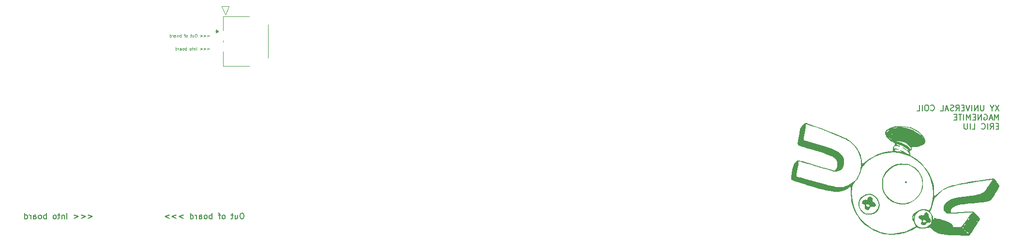
<source format=gbo>
%TF.GenerationSoftware,KiCad,Pcbnew,7.0.2-0*%
%TF.CreationDate,2024-05-08T23:39:51-07:00*%
%TF.ProjectId,New_Coil_Panel_Y,4e65775f-436f-4696-9c5f-50616e656c5f,2.0*%
%TF.SameCoordinates,Original*%
%TF.FileFunction,Legend,Bot*%
%TF.FilePolarity,Positive*%
%FSLAX46Y46*%
G04 Gerber Fmt 4.6, Leading zero omitted, Abs format (unit mm)*
G04 Created by KiCad (PCBNEW 7.0.2-0) date 2024-05-08 23:39:51*
%MOMM*%
%LPD*%
G01*
G04 APERTURE LIST*
%ADD10C,0.150000*%
%ADD11C,0.125000*%
%ADD12C,0.120000*%
%ADD13R,2.899999X1.350000*%
%ADD14R,1.450000X1.100000*%
%ADD15C,3.800000*%
%ADD16C,2.600000*%
G04 APERTURE END LIST*
D10*
X94059428Y-118003619D02*
X93868952Y-118003619D01*
X93868952Y-118003619D02*
X93773714Y-118051238D01*
X93773714Y-118051238D02*
X93678476Y-118146476D01*
X93678476Y-118146476D02*
X93630857Y-118336952D01*
X93630857Y-118336952D02*
X93630857Y-118670285D01*
X93630857Y-118670285D02*
X93678476Y-118860761D01*
X93678476Y-118860761D02*
X93773714Y-118956000D01*
X93773714Y-118956000D02*
X93868952Y-119003619D01*
X93868952Y-119003619D02*
X94059428Y-119003619D01*
X94059428Y-119003619D02*
X94154666Y-118956000D01*
X94154666Y-118956000D02*
X94249904Y-118860761D01*
X94249904Y-118860761D02*
X94297523Y-118670285D01*
X94297523Y-118670285D02*
X94297523Y-118336952D01*
X94297523Y-118336952D02*
X94249904Y-118146476D01*
X94249904Y-118146476D02*
X94154666Y-118051238D01*
X94154666Y-118051238D02*
X94059428Y-118003619D01*
X92773714Y-118336952D02*
X92773714Y-119003619D01*
X93202285Y-118336952D02*
X93202285Y-118860761D01*
X93202285Y-118860761D02*
X93154666Y-118956000D01*
X93154666Y-118956000D02*
X93059428Y-119003619D01*
X93059428Y-119003619D02*
X92916571Y-119003619D01*
X92916571Y-119003619D02*
X92821333Y-118956000D01*
X92821333Y-118956000D02*
X92773714Y-118908380D01*
X92440380Y-118336952D02*
X92059428Y-118336952D01*
X92297523Y-118003619D02*
X92297523Y-118860761D01*
X92297523Y-118860761D02*
X92249904Y-118956000D01*
X92249904Y-118956000D02*
X92154666Y-119003619D01*
X92154666Y-119003619D02*
X92059428Y-119003619D01*
X90821332Y-119003619D02*
X90916570Y-118956000D01*
X90916570Y-118956000D02*
X90964189Y-118908380D01*
X90964189Y-118908380D02*
X91011808Y-118813142D01*
X91011808Y-118813142D02*
X91011808Y-118527428D01*
X91011808Y-118527428D02*
X90964189Y-118432190D01*
X90964189Y-118432190D02*
X90916570Y-118384571D01*
X90916570Y-118384571D02*
X90821332Y-118336952D01*
X90821332Y-118336952D02*
X90678475Y-118336952D01*
X90678475Y-118336952D02*
X90583237Y-118384571D01*
X90583237Y-118384571D02*
X90535618Y-118432190D01*
X90535618Y-118432190D02*
X90487999Y-118527428D01*
X90487999Y-118527428D02*
X90487999Y-118813142D01*
X90487999Y-118813142D02*
X90535618Y-118908380D01*
X90535618Y-118908380D02*
X90583237Y-118956000D01*
X90583237Y-118956000D02*
X90678475Y-119003619D01*
X90678475Y-119003619D02*
X90821332Y-119003619D01*
X90202284Y-118336952D02*
X89821332Y-118336952D01*
X90059427Y-119003619D02*
X90059427Y-118146476D01*
X90059427Y-118146476D02*
X90011808Y-118051238D01*
X90011808Y-118051238D02*
X89916570Y-118003619D01*
X89916570Y-118003619D02*
X89821332Y-118003619D01*
X88726093Y-119003619D02*
X88726093Y-118003619D01*
X88726093Y-118384571D02*
X88630855Y-118336952D01*
X88630855Y-118336952D02*
X88440379Y-118336952D01*
X88440379Y-118336952D02*
X88345141Y-118384571D01*
X88345141Y-118384571D02*
X88297522Y-118432190D01*
X88297522Y-118432190D02*
X88249903Y-118527428D01*
X88249903Y-118527428D02*
X88249903Y-118813142D01*
X88249903Y-118813142D02*
X88297522Y-118908380D01*
X88297522Y-118908380D02*
X88345141Y-118956000D01*
X88345141Y-118956000D02*
X88440379Y-119003619D01*
X88440379Y-119003619D02*
X88630855Y-119003619D01*
X88630855Y-119003619D02*
X88726093Y-118956000D01*
X87678474Y-119003619D02*
X87773712Y-118956000D01*
X87773712Y-118956000D02*
X87821331Y-118908380D01*
X87821331Y-118908380D02*
X87868950Y-118813142D01*
X87868950Y-118813142D02*
X87868950Y-118527428D01*
X87868950Y-118527428D02*
X87821331Y-118432190D01*
X87821331Y-118432190D02*
X87773712Y-118384571D01*
X87773712Y-118384571D02*
X87678474Y-118336952D01*
X87678474Y-118336952D02*
X87535617Y-118336952D01*
X87535617Y-118336952D02*
X87440379Y-118384571D01*
X87440379Y-118384571D02*
X87392760Y-118432190D01*
X87392760Y-118432190D02*
X87345141Y-118527428D01*
X87345141Y-118527428D02*
X87345141Y-118813142D01*
X87345141Y-118813142D02*
X87392760Y-118908380D01*
X87392760Y-118908380D02*
X87440379Y-118956000D01*
X87440379Y-118956000D02*
X87535617Y-119003619D01*
X87535617Y-119003619D02*
X87678474Y-119003619D01*
X86487998Y-119003619D02*
X86487998Y-118479809D01*
X86487998Y-118479809D02*
X86535617Y-118384571D01*
X86535617Y-118384571D02*
X86630855Y-118336952D01*
X86630855Y-118336952D02*
X86821331Y-118336952D01*
X86821331Y-118336952D02*
X86916569Y-118384571D01*
X86487998Y-118956000D02*
X86583236Y-119003619D01*
X86583236Y-119003619D02*
X86821331Y-119003619D01*
X86821331Y-119003619D02*
X86916569Y-118956000D01*
X86916569Y-118956000D02*
X86964188Y-118860761D01*
X86964188Y-118860761D02*
X86964188Y-118765523D01*
X86964188Y-118765523D02*
X86916569Y-118670285D01*
X86916569Y-118670285D02*
X86821331Y-118622666D01*
X86821331Y-118622666D02*
X86583236Y-118622666D01*
X86583236Y-118622666D02*
X86487998Y-118575047D01*
X86011807Y-119003619D02*
X86011807Y-118336952D01*
X86011807Y-118527428D02*
X85964188Y-118432190D01*
X85964188Y-118432190D02*
X85916569Y-118384571D01*
X85916569Y-118384571D02*
X85821331Y-118336952D01*
X85821331Y-118336952D02*
X85726093Y-118336952D01*
X84964188Y-119003619D02*
X84964188Y-118003619D01*
X84964188Y-118956000D02*
X85059426Y-119003619D01*
X85059426Y-119003619D02*
X85249902Y-119003619D01*
X85249902Y-119003619D02*
X85345140Y-118956000D01*
X85345140Y-118956000D02*
X85392759Y-118908380D01*
X85392759Y-118908380D02*
X85440378Y-118813142D01*
X85440378Y-118813142D02*
X85440378Y-118527428D01*
X85440378Y-118527428D02*
X85392759Y-118432190D01*
X85392759Y-118432190D02*
X85345140Y-118384571D01*
X85345140Y-118384571D02*
X85249902Y-118336952D01*
X85249902Y-118336952D02*
X85059426Y-118336952D01*
X85059426Y-118336952D02*
X84964188Y-118384571D01*
X83726092Y-118336952D02*
X82964188Y-118622666D01*
X82964188Y-118622666D02*
X83726092Y-118908380D01*
X82487997Y-118336952D02*
X81726093Y-118622666D01*
X81726093Y-118622666D02*
X82487997Y-118908380D01*
X81249902Y-118336952D02*
X80487998Y-118622666D01*
X80487998Y-118622666D02*
X81249902Y-118908380D01*
X67072000Y-118336952D02*
X67833904Y-118622666D01*
X67833904Y-118622666D02*
X67072000Y-118908380D01*
X65833905Y-118336952D02*
X66595809Y-118622666D01*
X66595809Y-118622666D02*
X65833905Y-118908380D01*
X64595810Y-118336952D02*
X65357714Y-118622666D01*
X65357714Y-118622666D02*
X64595810Y-118908380D01*
X63357714Y-119003619D02*
X63357714Y-118003619D01*
X62881524Y-118336952D02*
X62881524Y-119003619D01*
X62881524Y-118432190D02*
X62833905Y-118384571D01*
X62833905Y-118384571D02*
X62738667Y-118336952D01*
X62738667Y-118336952D02*
X62595810Y-118336952D01*
X62595810Y-118336952D02*
X62500572Y-118384571D01*
X62500572Y-118384571D02*
X62452953Y-118479809D01*
X62452953Y-118479809D02*
X62452953Y-119003619D01*
X62119619Y-118336952D02*
X61738667Y-118336952D01*
X61976762Y-118003619D02*
X61976762Y-118860761D01*
X61976762Y-118860761D02*
X61929143Y-118956000D01*
X61929143Y-118956000D02*
X61833905Y-119003619D01*
X61833905Y-119003619D02*
X61738667Y-119003619D01*
X61262476Y-119003619D02*
X61357714Y-118956000D01*
X61357714Y-118956000D02*
X61405333Y-118908380D01*
X61405333Y-118908380D02*
X61452952Y-118813142D01*
X61452952Y-118813142D02*
X61452952Y-118527428D01*
X61452952Y-118527428D02*
X61405333Y-118432190D01*
X61405333Y-118432190D02*
X61357714Y-118384571D01*
X61357714Y-118384571D02*
X61262476Y-118336952D01*
X61262476Y-118336952D02*
X61119619Y-118336952D01*
X61119619Y-118336952D02*
X61024381Y-118384571D01*
X61024381Y-118384571D02*
X60976762Y-118432190D01*
X60976762Y-118432190D02*
X60929143Y-118527428D01*
X60929143Y-118527428D02*
X60929143Y-118813142D01*
X60929143Y-118813142D02*
X60976762Y-118908380D01*
X60976762Y-118908380D02*
X61024381Y-118956000D01*
X61024381Y-118956000D02*
X61119619Y-119003619D01*
X61119619Y-119003619D02*
X61262476Y-119003619D01*
X59738666Y-119003619D02*
X59738666Y-118003619D01*
X59738666Y-118384571D02*
X59643428Y-118336952D01*
X59643428Y-118336952D02*
X59452952Y-118336952D01*
X59452952Y-118336952D02*
X59357714Y-118384571D01*
X59357714Y-118384571D02*
X59310095Y-118432190D01*
X59310095Y-118432190D02*
X59262476Y-118527428D01*
X59262476Y-118527428D02*
X59262476Y-118813142D01*
X59262476Y-118813142D02*
X59310095Y-118908380D01*
X59310095Y-118908380D02*
X59357714Y-118956000D01*
X59357714Y-118956000D02*
X59452952Y-119003619D01*
X59452952Y-119003619D02*
X59643428Y-119003619D01*
X59643428Y-119003619D02*
X59738666Y-118956000D01*
X58691047Y-119003619D02*
X58786285Y-118956000D01*
X58786285Y-118956000D02*
X58833904Y-118908380D01*
X58833904Y-118908380D02*
X58881523Y-118813142D01*
X58881523Y-118813142D02*
X58881523Y-118527428D01*
X58881523Y-118527428D02*
X58833904Y-118432190D01*
X58833904Y-118432190D02*
X58786285Y-118384571D01*
X58786285Y-118384571D02*
X58691047Y-118336952D01*
X58691047Y-118336952D02*
X58548190Y-118336952D01*
X58548190Y-118336952D02*
X58452952Y-118384571D01*
X58452952Y-118384571D02*
X58405333Y-118432190D01*
X58405333Y-118432190D02*
X58357714Y-118527428D01*
X58357714Y-118527428D02*
X58357714Y-118813142D01*
X58357714Y-118813142D02*
X58405333Y-118908380D01*
X58405333Y-118908380D02*
X58452952Y-118956000D01*
X58452952Y-118956000D02*
X58548190Y-119003619D01*
X58548190Y-119003619D02*
X58691047Y-119003619D01*
X57500571Y-119003619D02*
X57500571Y-118479809D01*
X57500571Y-118479809D02*
X57548190Y-118384571D01*
X57548190Y-118384571D02*
X57643428Y-118336952D01*
X57643428Y-118336952D02*
X57833904Y-118336952D01*
X57833904Y-118336952D02*
X57929142Y-118384571D01*
X57500571Y-118956000D02*
X57595809Y-119003619D01*
X57595809Y-119003619D02*
X57833904Y-119003619D01*
X57833904Y-119003619D02*
X57929142Y-118956000D01*
X57929142Y-118956000D02*
X57976761Y-118860761D01*
X57976761Y-118860761D02*
X57976761Y-118765523D01*
X57976761Y-118765523D02*
X57929142Y-118670285D01*
X57929142Y-118670285D02*
X57833904Y-118622666D01*
X57833904Y-118622666D02*
X57595809Y-118622666D01*
X57595809Y-118622666D02*
X57500571Y-118575047D01*
X57024380Y-119003619D02*
X57024380Y-118336952D01*
X57024380Y-118527428D02*
X56976761Y-118432190D01*
X56976761Y-118432190D02*
X56929142Y-118384571D01*
X56929142Y-118384571D02*
X56833904Y-118336952D01*
X56833904Y-118336952D02*
X56738666Y-118336952D01*
X55976761Y-119003619D02*
X55976761Y-118003619D01*
X55976761Y-118956000D02*
X56071999Y-119003619D01*
X56071999Y-119003619D02*
X56262475Y-119003619D01*
X56262475Y-119003619D02*
X56357713Y-118956000D01*
X56357713Y-118956000D02*
X56405332Y-118908380D01*
X56405332Y-118908380D02*
X56452951Y-118813142D01*
X56452951Y-118813142D02*
X56452951Y-118527428D01*
X56452951Y-118527428D02*
X56405332Y-118432190D01*
X56405332Y-118432190D02*
X56357713Y-118384571D01*
X56357713Y-118384571D02*
X56262475Y-118336952D01*
X56262475Y-118336952D02*
X56071999Y-118336952D01*
X56071999Y-118336952D02*
X55976761Y-118384571D01*
D11*
X87892000Y-89013476D02*
X88272952Y-89156333D01*
X88272952Y-89156333D02*
X87892000Y-89299190D01*
X87272952Y-89013476D02*
X87653904Y-89156333D01*
X87653904Y-89156333D02*
X87272952Y-89299190D01*
X86653904Y-89013476D02*
X87034856Y-89156333D01*
X87034856Y-89156333D02*
X86653904Y-89299190D01*
X86034856Y-89346809D02*
X86034856Y-88846809D01*
X85796761Y-89013476D02*
X85796761Y-89346809D01*
X85796761Y-89061095D02*
X85772951Y-89037285D01*
X85772951Y-89037285D02*
X85725332Y-89013476D01*
X85725332Y-89013476D02*
X85653904Y-89013476D01*
X85653904Y-89013476D02*
X85606285Y-89037285D01*
X85606285Y-89037285D02*
X85582475Y-89084904D01*
X85582475Y-89084904D02*
X85582475Y-89346809D01*
X85415808Y-89013476D02*
X85225332Y-89013476D01*
X85344380Y-88846809D02*
X85344380Y-89275380D01*
X85344380Y-89275380D02*
X85320570Y-89323000D01*
X85320570Y-89323000D02*
X85272951Y-89346809D01*
X85272951Y-89346809D02*
X85225332Y-89346809D01*
X84987237Y-89346809D02*
X85034856Y-89323000D01*
X85034856Y-89323000D02*
X85058666Y-89299190D01*
X85058666Y-89299190D02*
X85082475Y-89251571D01*
X85082475Y-89251571D02*
X85082475Y-89108714D01*
X85082475Y-89108714D02*
X85058666Y-89061095D01*
X85058666Y-89061095D02*
X85034856Y-89037285D01*
X85034856Y-89037285D02*
X84987237Y-89013476D01*
X84987237Y-89013476D02*
X84915809Y-89013476D01*
X84915809Y-89013476D02*
X84868190Y-89037285D01*
X84868190Y-89037285D02*
X84844380Y-89061095D01*
X84844380Y-89061095D02*
X84820571Y-89108714D01*
X84820571Y-89108714D02*
X84820571Y-89251571D01*
X84820571Y-89251571D02*
X84844380Y-89299190D01*
X84844380Y-89299190D02*
X84868190Y-89323000D01*
X84868190Y-89323000D02*
X84915809Y-89346809D01*
X84915809Y-89346809D02*
X84987237Y-89346809D01*
X84225333Y-89346809D02*
X84225333Y-88846809D01*
X84225333Y-89037285D02*
X84177714Y-89013476D01*
X84177714Y-89013476D02*
X84082476Y-89013476D01*
X84082476Y-89013476D02*
X84034857Y-89037285D01*
X84034857Y-89037285D02*
X84011047Y-89061095D01*
X84011047Y-89061095D02*
X83987238Y-89108714D01*
X83987238Y-89108714D02*
X83987238Y-89251571D01*
X83987238Y-89251571D02*
X84011047Y-89299190D01*
X84011047Y-89299190D02*
X84034857Y-89323000D01*
X84034857Y-89323000D02*
X84082476Y-89346809D01*
X84082476Y-89346809D02*
X84177714Y-89346809D01*
X84177714Y-89346809D02*
X84225333Y-89323000D01*
X83701523Y-89346809D02*
X83749142Y-89323000D01*
X83749142Y-89323000D02*
X83772952Y-89299190D01*
X83772952Y-89299190D02*
X83796761Y-89251571D01*
X83796761Y-89251571D02*
X83796761Y-89108714D01*
X83796761Y-89108714D02*
X83772952Y-89061095D01*
X83772952Y-89061095D02*
X83749142Y-89037285D01*
X83749142Y-89037285D02*
X83701523Y-89013476D01*
X83701523Y-89013476D02*
X83630095Y-89013476D01*
X83630095Y-89013476D02*
X83582476Y-89037285D01*
X83582476Y-89037285D02*
X83558666Y-89061095D01*
X83558666Y-89061095D02*
X83534857Y-89108714D01*
X83534857Y-89108714D02*
X83534857Y-89251571D01*
X83534857Y-89251571D02*
X83558666Y-89299190D01*
X83558666Y-89299190D02*
X83582476Y-89323000D01*
X83582476Y-89323000D02*
X83630095Y-89346809D01*
X83630095Y-89346809D02*
X83701523Y-89346809D01*
X83106285Y-89346809D02*
X83106285Y-89084904D01*
X83106285Y-89084904D02*
X83130095Y-89037285D01*
X83130095Y-89037285D02*
X83177714Y-89013476D01*
X83177714Y-89013476D02*
X83272952Y-89013476D01*
X83272952Y-89013476D02*
X83320571Y-89037285D01*
X83106285Y-89323000D02*
X83153904Y-89346809D01*
X83153904Y-89346809D02*
X83272952Y-89346809D01*
X83272952Y-89346809D02*
X83320571Y-89323000D01*
X83320571Y-89323000D02*
X83344380Y-89275380D01*
X83344380Y-89275380D02*
X83344380Y-89227761D01*
X83344380Y-89227761D02*
X83320571Y-89180142D01*
X83320571Y-89180142D02*
X83272952Y-89156333D01*
X83272952Y-89156333D02*
X83153904Y-89156333D01*
X83153904Y-89156333D02*
X83106285Y-89132523D01*
X82868190Y-89346809D02*
X82868190Y-89013476D01*
X82868190Y-89108714D02*
X82844380Y-89061095D01*
X82844380Y-89061095D02*
X82820571Y-89037285D01*
X82820571Y-89037285D02*
X82772952Y-89013476D01*
X82772952Y-89013476D02*
X82725333Y-89013476D01*
X82344380Y-89346809D02*
X82344380Y-88846809D01*
X82344380Y-89323000D02*
X82391999Y-89346809D01*
X82391999Y-89346809D02*
X82487237Y-89346809D01*
X82487237Y-89346809D02*
X82534856Y-89323000D01*
X82534856Y-89323000D02*
X82558666Y-89299190D01*
X82558666Y-89299190D02*
X82582475Y-89251571D01*
X82582475Y-89251571D02*
X82582475Y-89108714D01*
X82582475Y-89108714D02*
X82558666Y-89061095D01*
X82558666Y-89061095D02*
X82534856Y-89037285D01*
X82534856Y-89037285D02*
X82487237Y-89013476D01*
X82487237Y-89013476D02*
X82391999Y-89013476D01*
X82391999Y-89013476D02*
X82344380Y-89037285D01*
X87892000Y-86727476D02*
X88272952Y-86870333D01*
X88272952Y-86870333D02*
X87892000Y-87013190D01*
X87272952Y-86727476D02*
X87653904Y-86870333D01*
X87653904Y-86870333D02*
X87272952Y-87013190D01*
X86653904Y-86727476D02*
X87034856Y-86870333D01*
X87034856Y-86870333D02*
X86653904Y-87013190D01*
X85939618Y-86560809D02*
X85844380Y-86560809D01*
X85844380Y-86560809D02*
X85796761Y-86584619D01*
X85796761Y-86584619D02*
X85749142Y-86632238D01*
X85749142Y-86632238D02*
X85725332Y-86727476D01*
X85725332Y-86727476D02*
X85725332Y-86894142D01*
X85725332Y-86894142D02*
X85749142Y-86989380D01*
X85749142Y-86989380D02*
X85796761Y-87037000D01*
X85796761Y-87037000D02*
X85844380Y-87060809D01*
X85844380Y-87060809D02*
X85939618Y-87060809D01*
X85939618Y-87060809D02*
X85987237Y-87037000D01*
X85987237Y-87037000D02*
X86034856Y-86989380D01*
X86034856Y-86989380D02*
X86058665Y-86894142D01*
X86058665Y-86894142D02*
X86058665Y-86727476D01*
X86058665Y-86727476D02*
X86034856Y-86632238D01*
X86034856Y-86632238D02*
X85987237Y-86584619D01*
X85987237Y-86584619D02*
X85939618Y-86560809D01*
X85296760Y-86727476D02*
X85296760Y-87060809D01*
X85511046Y-86727476D02*
X85511046Y-86989380D01*
X85511046Y-86989380D02*
X85487236Y-87037000D01*
X85487236Y-87037000D02*
X85439617Y-87060809D01*
X85439617Y-87060809D02*
X85368189Y-87060809D01*
X85368189Y-87060809D02*
X85320570Y-87037000D01*
X85320570Y-87037000D02*
X85296760Y-87013190D01*
X85130093Y-86727476D02*
X84939617Y-86727476D01*
X85058665Y-86560809D02*
X85058665Y-86989380D01*
X85058665Y-86989380D02*
X85034855Y-87037000D01*
X85034855Y-87037000D02*
X84987236Y-87060809D01*
X84987236Y-87060809D02*
X84939617Y-87060809D01*
X84320570Y-87060809D02*
X84368189Y-87037000D01*
X84368189Y-87037000D02*
X84391999Y-87013190D01*
X84391999Y-87013190D02*
X84415808Y-86965571D01*
X84415808Y-86965571D02*
X84415808Y-86822714D01*
X84415808Y-86822714D02*
X84391999Y-86775095D01*
X84391999Y-86775095D02*
X84368189Y-86751285D01*
X84368189Y-86751285D02*
X84320570Y-86727476D01*
X84320570Y-86727476D02*
X84249142Y-86727476D01*
X84249142Y-86727476D02*
X84201523Y-86751285D01*
X84201523Y-86751285D02*
X84177713Y-86775095D01*
X84177713Y-86775095D02*
X84153904Y-86822714D01*
X84153904Y-86822714D02*
X84153904Y-86965571D01*
X84153904Y-86965571D02*
X84177713Y-87013190D01*
X84177713Y-87013190D02*
X84201523Y-87037000D01*
X84201523Y-87037000D02*
X84249142Y-87060809D01*
X84249142Y-87060809D02*
X84320570Y-87060809D01*
X84011046Y-86727476D02*
X83820570Y-86727476D01*
X83939618Y-87060809D02*
X83939618Y-86632238D01*
X83939618Y-86632238D02*
X83915808Y-86584619D01*
X83915808Y-86584619D02*
X83868189Y-86560809D01*
X83868189Y-86560809D02*
X83820570Y-86560809D01*
X83272952Y-87060809D02*
X83272952Y-86560809D01*
X83272952Y-86751285D02*
X83225333Y-86727476D01*
X83225333Y-86727476D02*
X83130095Y-86727476D01*
X83130095Y-86727476D02*
X83082476Y-86751285D01*
X83082476Y-86751285D02*
X83058666Y-86775095D01*
X83058666Y-86775095D02*
X83034857Y-86822714D01*
X83034857Y-86822714D02*
X83034857Y-86965571D01*
X83034857Y-86965571D02*
X83058666Y-87013190D01*
X83058666Y-87013190D02*
X83082476Y-87037000D01*
X83082476Y-87037000D02*
X83130095Y-87060809D01*
X83130095Y-87060809D02*
X83225333Y-87060809D01*
X83225333Y-87060809D02*
X83272952Y-87037000D01*
X82749142Y-87060809D02*
X82796761Y-87037000D01*
X82796761Y-87037000D02*
X82820571Y-87013190D01*
X82820571Y-87013190D02*
X82844380Y-86965571D01*
X82844380Y-86965571D02*
X82844380Y-86822714D01*
X82844380Y-86822714D02*
X82820571Y-86775095D01*
X82820571Y-86775095D02*
X82796761Y-86751285D01*
X82796761Y-86751285D02*
X82749142Y-86727476D01*
X82749142Y-86727476D02*
X82677714Y-86727476D01*
X82677714Y-86727476D02*
X82630095Y-86751285D01*
X82630095Y-86751285D02*
X82606285Y-86775095D01*
X82606285Y-86775095D02*
X82582476Y-86822714D01*
X82582476Y-86822714D02*
X82582476Y-86965571D01*
X82582476Y-86965571D02*
X82606285Y-87013190D01*
X82606285Y-87013190D02*
X82630095Y-87037000D01*
X82630095Y-87037000D02*
X82677714Y-87060809D01*
X82677714Y-87060809D02*
X82749142Y-87060809D01*
X82153904Y-87060809D02*
X82153904Y-86798904D01*
X82153904Y-86798904D02*
X82177714Y-86751285D01*
X82177714Y-86751285D02*
X82225333Y-86727476D01*
X82225333Y-86727476D02*
X82320571Y-86727476D01*
X82320571Y-86727476D02*
X82368190Y-86751285D01*
X82153904Y-87037000D02*
X82201523Y-87060809D01*
X82201523Y-87060809D02*
X82320571Y-87060809D01*
X82320571Y-87060809D02*
X82368190Y-87037000D01*
X82368190Y-87037000D02*
X82391999Y-86989380D01*
X82391999Y-86989380D02*
X82391999Y-86941761D01*
X82391999Y-86941761D02*
X82368190Y-86894142D01*
X82368190Y-86894142D02*
X82320571Y-86870333D01*
X82320571Y-86870333D02*
X82201523Y-86870333D01*
X82201523Y-86870333D02*
X82153904Y-86846523D01*
X81915809Y-87060809D02*
X81915809Y-86727476D01*
X81915809Y-86822714D02*
X81891999Y-86775095D01*
X81891999Y-86775095D02*
X81868190Y-86751285D01*
X81868190Y-86751285D02*
X81820571Y-86727476D01*
X81820571Y-86727476D02*
X81772952Y-86727476D01*
X81391999Y-87060809D02*
X81391999Y-86560809D01*
X81391999Y-87037000D02*
X81439618Y-87060809D01*
X81439618Y-87060809D02*
X81534856Y-87060809D01*
X81534856Y-87060809D02*
X81582475Y-87037000D01*
X81582475Y-87037000D02*
X81606285Y-87013190D01*
X81606285Y-87013190D02*
X81630094Y-86965571D01*
X81630094Y-86965571D02*
X81630094Y-86822714D01*
X81630094Y-86822714D02*
X81606285Y-86775095D01*
X81606285Y-86775095D02*
X81582475Y-86751285D01*
X81582475Y-86751285D02*
X81534856Y-86727476D01*
X81534856Y-86727476D02*
X81439618Y-86727476D01*
X81439618Y-86727476D02*
X81391999Y-86751285D01*
D10*
X226425142Y-99015619D02*
X225758476Y-100015619D01*
X225758476Y-99015619D02*
X226425142Y-100015619D01*
X225187047Y-99539428D02*
X225187047Y-100015619D01*
X225520380Y-99015619D02*
X225187047Y-99539428D01*
X225187047Y-99539428D02*
X224853714Y-99015619D01*
X223758475Y-99015619D02*
X223758475Y-99825142D01*
X223758475Y-99825142D02*
X223710856Y-99920380D01*
X223710856Y-99920380D02*
X223663237Y-99968000D01*
X223663237Y-99968000D02*
X223567999Y-100015619D01*
X223567999Y-100015619D02*
X223377523Y-100015619D01*
X223377523Y-100015619D02*
X223282285Y-99968000D01*
X223282285Y-99968000D02*
X223234666Y-99920380D01*
X223234666Y-99920380D02*
X223187047Y-99825142D01*
X223187047Y-99825142D02*
X223187047Y-99015619D01*
X222710856Y-100015619D02*
X222710856Y-99015619D01*
X222710856Y-99015619D02*
X222139428Y-100015619D01*
X222139428Y-100015619D02*
X222139428Y-99015619D01*
X221663237Y-100015619D02*
X221663237Y-99015619D01*
X221329904Y-99015619D02*
X220996571Y-100015619D01*
X220996571Y-100015619D02*
X220663238Y-99015619D01*
X220329904Y-99491809D02*
X219996571Y-99491809D01*
X219853714Y-100015619D02*
X220329904Y-100015619D01*
X220329904Y-100015619D02*
X220329904Y-99015619D01*
X220329904Y-99015619D02*
X219853714Y-99015619D01*
X218853714Y-100015619D02*
X219187047Y-99539428D01*
X219425142Y-100015619D02*
X219425142Y-99015619D01*
X219425142Y-99015619D02*
X219044190Y-99015619D01*
X219044190Y-99015619D02*
X218948952Y-99063238D01*
X218948952Y-99063238D02*
X218901333Y-99110857D01*
X218901333Y-99110857D02*
X218853714Y-99206095D01*
X218853714Y-99206095D02*
X218853714Y-99348952D01*
X218853714Y-99348952D02*
X218901333Y-99444190D01*
X218901333Y-99444190D02*
X218948952Y-99491809D01*
X218948952Y-99491809D02*
X219044190Y-99539428D01*
X219044190Y-99539428D02*
X219425142Y-99539428D01*
X218472761Y-99968000D02*
X218329904Y-100015619D01*
X218329904Y-100015619D02*
X218091809Y-100015619D01*
X218091809Y-100015619D02*
X217996571Y-99968000D01*
X217996571Y-99968000D02*
X217948952Y-99920380D01*
X217948952Y-99920380D02*
X217901333Y-99825142D01*
X217901333Y-99825142D02*
X217901333Y-99729904D01*
X217901333Y-99729904D02*
X217948952Y-99634666D01*
X217948952Y-99634666D02*
X217996571Y-99587047D01*
X217996571Y-99587047D02*
X218091809Y-99539428D01*
X218091809Y-99539428D02*
X218282285Y-99491809D01*
X218282285Y-99491809D02*
X218377523Y-99444190D01*
X218377523Y-99444190D02*
X218425142Y-99396571D01*
X218425142Y-99396571D02*
X218472761Y-99301333D01*
X218472761Y-99301333D02*
X218472761Y-99206095D01*
X218472761Y-99206095D02*
X218425142Y-99110857D01*
X218425142Y-99110857D02*
X218377523Y-99063238D01*
X218377523Y-99063238D02*
X218282285Y-99015619D01*
X218282285Y-99015619D02*
X218044190Y-99015619D01*
X218044190Y-99015619D02*
X217901333Y-99063238D01*
X217520380Y-99729904D02*
X217044190Y-99729904D01*
X217615618Y-100015619D02*
X217282285Y-99015619D01*
X217282285Y-99015619D02*
X216948952Y-100015619D01*
X216139428Y-100015619D02*
X216615618Y-100015619D01*
X216615618Y-100015619D02*
X216615618Y-99015619D01*
X214472761Y-99920380D02*
X214520380Y-99968000D01*
X214520380Y-99968000D02*
X214663237Y-100015619D01*
X214663237Y-100015619D02*
X214758475Y-100015619D01*
X214758475Y-100015619D02*
X214901332Y-99968000D01*
X214901332Y-99968000D02*
X214996570Y-99872761D01*
X214996570Y-99872761D02*
X215044189Y-99777523D01*
X215044189Y-99777523D02*
X215091808Y-99587047D01*
X215091808Y-99587047D02*
X215091808Y-99444190D01*
X215091808Y-99444190D02*
X215044189Y-99253714D01*
X215044189Y-99253714D02*
X214996570Y-99158476D01*
X214996570Y-99158476D02*
X214901332Y-99063238D01*
X214901332Y-99063238D02*
X214758475Y-99015619D01*
X214758475Y-99015619D02*
X214663237Y-99015619D01*
X214663237Y-99015619D02*
X214520380Y-99063238D01*
X214520380Y-99063238D02*
X214472761Y-99110857D01*
X213853713Y-99015619D02*
X213663237Y-99015619D01*
X213663237Y-99015619D02*
X213567999Y-99063238D01*
X213567999Y-99063238D02*
X213472761Y-99158476D01*
X213472761Y-99158476D02*
X213425142Y-99348952D01*
X213425142Y-99348952D02*
X213425142Y-99682285D01*
X213425142Y-99682285D02*
X213472761Y-99872761D01*
X213472761Y-99872761D02*
X213567999Y-99968000D01*
X213567999Y-99968000D02*
X213663237Y-100015619D01*
X213663237Y-100015619D02*
X213853713Y-100015619D01*
X213853713Y-100015619D02*
X213948951Y-99968000D01*
X213948951Y-99968000D02*
X214044189Y-99872761D01*
X214044189Y-99872761D02*
X214091808Y-99682285D01*
X214091808Y-99682285D02*
X214091808Y-99348952D01*
X214091808Y-99348952D02*
X214044189Y-99158476D01*
X214044189Y-99158476D02*
X213948951Y-99063238D01*
X213948951Y-99063238D02*
X213853713Y-99015619D01*
X212996570Y-100015619D02*
X212996570Y-99015619D01*
X212044190Y-100015619D02*
X212520380Y-100015619D01*
X212520380Y-100015619D02*
X212520380Y-99015619D01*
X226329904Y-101635619D02*
X226329904Y-100635619D01*
X226329904Y-100635619D02*
X225996571Y-101349904D01*
X225996571Y-101349904D02*
X225663238Y-100635619D01*
X225663238Y-100635619D02*
X225663238Y-101635619D01*
X225234666Y-101349904D02*
X224758476Y-101349904D01*
X225329904Y-101635619D02*
X224996571Y-100635619D01*
X224996571Y-100635619D02*
X224663238Y-101635619D01*
X223806095Y-100683238D02*
X223901333Y-100635619D01*
X223901333Y-100635619D02*
X224044190Y-100635619D01*
X224044190Y-100635619D02*
X224187047Y-100683238D01*
X224187047Y-100683238D02*
X224282285Y-100778476D01*
X224282285Y-100778476D02*
X224329904Y-100873714D01*
X224329904Y-100873714D02*
X224377523Y-101064190D01*
X224377523Y-101064190D02*
X224377523Y-101207047D01*
X224377523Y-101207047D02*
X224329904Y-101397523D01*
X224329904Y-101397523D02*
X224282285Y-101492761D01*
X224282285Y-101492761D02*
X224187047Y-101588000D01*
X224187047Y-101588000D02*
X224044190Y-101635619D01*
X224044190Y-101635619D02*
X223948952Y-101635619D01*
X223948952Y-101635619D02*
X223806095Y-101588000D01*
X223806095Y-101588000D02*
X223758476Y-101540380D01*
X223758476Y-101540380D02*
X223758476Y-101207047D01*
X223758476Y-101207047D02*
X223948952Y-101207047D01*
X223329904Y-101635619D02*
X223329904Y-100635619D01*
X223329904Y-100635619D02*
X222758476Y-101635619D01*
X222758476Y-101635619D02*
X222758476Y-100635619D01*
X222282285Y-101111809D02*
X221948952Y-101111809D01*
X221806095Y-101635619D02*
X222282285Y-101635619D01*
X222282285Y-101635619D02*
X222282285Y-100635619D01*
X222282285Y-100635619D02*
X221806095Y-100635619D01*
X221377523Y-101635619D02*
X221377523Y-100635619D01*
X221377523Y-100635619D02*
X221044190Y-101349904D01*
X221044190Y-101349904D02*
X220710857Y-100635619D01*
X220710857Y-100635619D02*
X220710857Y-101635619D01*
X220234666Y-101635619D02*
X220234666Y-100635619D01*
X219901333Y-100635619D02*
X219329905Y-100635619D01*
X219615619Y-101635619D02*
X219615619Y-100635619D01*
X218996571Y-101111809D02*
X218663238Y-101111809D01*
X218520381Y-101635619D02*
X218996571Y-101635619D01*
X218996571Y-101635619D02*
X218996571Y-100635619D01*
X218996571Y-100635619D02*
X218520381Y-100635619D01*
X226329904Y-102731809D02*
X225996571Y-102731809D01*
X225853714Y-103255619D02*
X226329904Y-103255619D01*
X226329904Y-103255619D02*
X226329904Y-102255619D01*
X226329904Y-102255619D02*
X225853714Y-102255619D01*
X224853714Y-103255619D02*
X225187047Y-102779428D01*
X225425142Y-103255619D02*
X225425142Y-102255619D01*
X225425142Y-102255619D02*
X225044190Y-102255619D01*
X225044190Y-102255619D02*
X224948952Y-102303238D01*
X224948952Y-102303238D02*
X224901333Y-102350857D01*
X224901333Y-102350857D02*
X224853714Y-102446095D01*
X224853714Y-102446095D02*
X224853714Y-102588952D01*
X224853714Y-102588952D02*
X224901333Y-102684190D01*
X224901333Y-102684190D02*
X224948952Y-102731809D01*
X224948952Y-102731809D02*
X225044190Y-102779428D01*
X225044190Y-102779428D02*
X225425142Y-102779428D01*
X224425142Y-103255619D02*
X224425142Y-102255619D01*
X223377524Y-103160380D02*
X223425143Y-103208000D01*
X223425143Y-103208000D02*
X223568000Y-103255619D01*
X223568000Y-103255619D02*
X223663238Y-103255619D01*
X223663238Y-103255619D02*
X223806095Y-103208000D01*
X223806095Y-103208000D02*
X223901333Y-103112761D01*
X223901333Y-103112761D02*
X223948952Y-103017523D01*
X223948952Y-103017523D02*
X223996571Y-102827047D01*
X223996571Y-102827047D02*
X223996571Y-102684190D01*
X223996571Y-102684190D02*
X223948952Y-102493714D01*
X223948952Y-102493714D02*
X223901333Y-102398476D01*
X223901333Y-102398476D02*
X223806095Y-102303238D01*
X223806095Y-102303238D02*
X223663238Y-102255619D01*
X223663238Y-102255619D02*
X223568000Y-102255619D01*
X223568000Y-102255619D02*
X223425143Y-102303238D01*
X223425143Y-102303238D02*
X223377524Y-102350857D01*
X221710857Y-103255619D02*
X222187047Y-103255619D01*
X222187047Y-103255619D02*
X222187047Y-102255619D01*
X221377523Y-103255619D02*
X221377523Y-102255619D01*
X220901333Y-102255619D02*
X220901333Y-103065142D01*
X220901333Y-103065142D02*
X220853714Y-103160380D01*
X220853714Y-103160380D02*
X220806095Y-103208000D01*
X220806095Y-103208000D02*
X220710857Y-103255619D01*
X220710857Y-103255619D02*
X220520381Y-103255619D01*
X220520381Y-103255619D02*
X220425143Y-103208000D01*
X220425143Y-103208000D02*
X220377524Y-103160380D01*
X220377524Y-103160380D02*
X220329905Y-103065142D01*
X220329905Y-103065142D02*
X220329905Y-102255619D01*
X89378619Y-86106000D02*
X89616714Y-86106000D01*
X89521476Y-85867905D02*
X89616714Y-86106000D01*
X89616714Y-86106000D02*
X89521476Y-86344095D01*
X89807190Y-85963143D02*
X89616714Y-86106000D01*
X89616714Y-86106000D02*
X89807190Y-86248857D01*
D12*
X90628001Y-92173994D02*
X90628001Y-89669044D01*
X95257961Y-92173994D02*
X90628001Y-92173994D01*
X90628001Y-87928964D02*
X90628001Y-87669043D01*
X90628001Y-85928963D02*
X90628001Y-83424011D01*
X98578001Y-84883021D02*
X98578001Y-90714984D01*
X90628001Y-83424011D02*
X95257961Y-83424011D01*
X91053001Y-83170011D02*
X91688001Y-81646011D01*
X90418001Y-81646011D02*
X91053001Y-83170011D01*
X91688001Y-81646011D02*
X90418001Y-81646011D01*
G36*
X213424252Y-104881272D02*
G01*
X213451364Y-104986666D01*
X213505814Y-105198333D01*
X213521035Y-105257503D01*
X213493180Y-105596105D01*
X213333536Y-105867494D01*
X213309102Y-105890898D01*
X212995996Y-106098929D01*
X212573701Y-106269046D01*
X212095694Y-106383864D01*
X211615452Y-106426000D01*
X211526084Y-106426114D01*
X211268414Y-106432127D01*
X211137653Y-106456566D01*
X211099958Y-106512144D01*
X211121489Y-106611576D01*
X211128835Y-106640612D01*
X211134022Y-106661114D01*
X211107467Y-106817806D01*
X210949027Y-106981634D01*
X210824131Y-107092225D01*
X210767703Y-107209159D01*
X210815856Y-107349589D01*
X210866245Y-107493024D01*
X210867134Y-107614279D01*
X210867611Y-107679373D01*
X210864584Y-107778492D01*
X210982371Y-107909008D01*
X211281341Y-108067181D01*
X211749069Y-108340007D01*
X212139121Y-108614201D01*
X212504486Y-108928877D01*
X212898155Y-109323151D01*
X213299649Y-109759845D01*
X213671258Y-110213428D01*
X213972802Y-110657069D01*
X214238292Y-111141553D01*
X214501740Y-111717666D01*
X214686779Y-112159730D01*
X214847884Y-112587499D01*
X214954163Y-112951744D01*
X215016544Y-113300544D01*
X215045958Y-113681977D01*
X215053334Y-114144122D01*
X215054281Y-114217572D01*
X215057342Y-114454990D01*
X215071516Y-114769271D01*
X215093519Y-114983081D01*
X215120818Y-115062000D01*
X215179765Y-115030135D01*
X215329655Y-114904237D01*
X215522984Y-114715368D01*
X216029716Y-114254079D01*
X216773167Y-113745400D01*
X217576174Y-113358882D01*
X218397667Y-113117356D01*
X218661529Y-113062729D01*
X219053281Y-112977886D01*
X219505434Y-112877351D01*
X219964000Y-112772993D01*
X220100114Y-112742629D01*
X220618091Y-112638724D01*
X221220029Y-112531265D01*
X221841814Y-112431299D01*
X222419334Y-112349876D01*
X222668601Y-112317439D01*
X223206824Y-112244575D01*
X223722821Y-112171321D01*
X224167975Y-112104668D01*
X224493667Y-112051606D01*
X224685708Y-112017830D01*
X225072043Y-111956002D01*
X225344272Y-111937936D01*
X225540444Y-111975625D01*
X225698611Y-112081064D01*
X225742506Y-112132442D01*
X225856823Y-112266246D01*
X225970613Y-112426763D01*
X225978562Y-112437976D01*
X226053131Y-112543166D01*
X226136099Y-112664015D01*
X226187990Y-112744033D01*
X226313043Y-112936871D01*
X226370034Y-113034996D01*
X226436053Y-113148664D01*
X226439481Y-113157000D01*
X226482406Y-113261375D01*
X226468675Y-113328734D01*
X226453868Y-113363154D01*
X226414796Y-113453976D01*
X226404632Y-113477602D01*
X226375968Y-113544232D01*
X226220565Y-113834333D01*
X226209256Y-113855445D01*
X226121445Y-114003666D01*
X225984329Y-114235111D01*
X225716973Y-114655969D01*
X225700047Y-114681000D01*
X225597762Y-114832269D01*
X225426012Y-115086269D01*
X225422977Y-115090757D01*
X225414349Y-115103111D01*
X225262100Y-115316000D01*
X225201090Y-115401309D01*
X225180010Y-115430785D01*
X225003999Y-115648064D01*
X224853089Y-115785377D01*
X224694054Y-115873151D01*
X224493667Y-115941816D01*
X224354640Y-115979323D01*
X223971481Y-116059231D01*
X223604667Y-116110441D01*
X223123181Y-116155479D01*
X222497212Y-116216914D01*
X221852619Y-116282780D01*
X221226851Y-116349096D01*
X220657359Y-116411881D01*
X220181592Y-116467154D01*
X219837000Y-116510935D01*
X219391650Y-116593003D01*
X218875062Y-116750899D01*
X218458311Y-116954377D01*
X218158770Y-117192075D01*
X217993814Y-117452632D01*
X217980817Y-117724688D01*
X217996961Y-117781369D01*
X218040882Y-117862010D01*
X218124564Y-117912232D01*
X218273729Y-117934508D01*
X218514098Y-117931311D01*
X218871392Y-117905115D01*
X219371334Y-117858393D01*
X219496563Y-117846939D01*
X219999032Y-117809650D01*
X220544357Y-117779347D01*
X221034775Y-117761713D01*
X221893884Y-117742937D01*
X222319587Y-118116968D01*
X222529951Y-118309811D01*
X222767900Y-118546222D01*
X222933061Y-118731380D01*
X222953309Y-118757409D01*
X223060129Y-118919320D01*
X223064601Y-119009521D01*
X223066643Y-119050700D01*
X223054119Y-119078346D01*
X222981168Y-119239380D01*
X222925422Y-119339672D01*
X222770253Y-119599973D01*
X222566350Y-119930333D01*
X222557517Y-119944644D01*
X222406646Y-120184333D01*
X222309835Y-120338138D01*
X222274592Y-120393274D01*
X222049829Y-120744909D01*
X221800119Y-121129409D01*
X221696865Y-121285000D01*
X221640679Y-121369666D01*
X221583325Y-121456091D01*
X221422068Y-121689410D01*
X221191667Y-122009154D01*
X220514334Y-121969283D01*
X220382192Y-121961989D01*
X219993864Y-121943247D01*
X219507971Y-121922283D01*
X218973641Y-121901164D01*
X218440000Y-121881959D01*
X217769038Y-121854253D01*
X217100047Y-121809532D01*
X216556560Y-121746225D01*
X216432627Y-121721455D01*
X221064667Y-121721455D01*
X221068880Y-121743243D01*
X221134261Y-121720146D01*
X221284378Y-121560166D01*
X221445667Y-121369666D01*
X221348032Y-121452330D01*
X221255167Y-121530955D01*
X221121764Y-121652310D01*
X221064667Y-121721455D01*
X216432627Y-121721455D01*
X216114753Y-121657923D01*
X215750800Y-121538220D01*
X215440877Y-121380708D01*
X215161159Y-121178978D01*
X214887820Y-120926624D01*
X214821259Y-120859860D01*
X214631412Y-120682789D01*
X214568507Y-120645907D01*
X220065610Y-120645907D01*
X220201614Y-120860036D01*
X220484108Y-121145066D01*
X220675005Y-121315805D01*
X220878509Y-121485624D01*
X220996609Y-121557216D01*
X221051322Y-121542234D01*
X221064667Y-121452330D01*
X221047260Y-121377367D01*
X220948578Y-121353764D01*
X220856895Y-121341174D01*
X220769448Y-121285000D01*
X221403334Y-121285000D01*
X221445667Y-121327333D01*
X221488000Y-121285000D01*
X221445667Y-121242666D01*
X221403334Y-121285000D01*
X220769448Y-121285000D01*
X220684863Y-121230665D01*
X220605563Y-121158000D01*
X221516166Y-121158000D01*
X221566186Y-121107499D01*
X221680180Y-120946558D01*
X221827885Y-120713500D01*
X221946002Y-120508831D01*
X221999814Y-120393274D01*
X221975203Y-120396000D01*
X221945432Y-120429562D01*
X221810862Y-120611053D01*
X221663484Y-120840500D01*
X221610826Y-120931808D01*
X221529193Y-121093836D01*
X221516166Y-121158000D01*
X220605563Y-121158000D01*
X220489966Y-121052076D01*
X220311718Y-120847113D01*
X220189635Y-120657479D01*
X220163230Y-120524880D01*
X220179826Y-120452864D01*
X220132364Y-120438932D01*
X220072424Y-120495310D01*
X220065610Y-120645907D01*
X214568507Y-120645907D01*
X214484580Y-120596699D01*
X214321643Y-120577734D01*
X214083487Y-120602039D01*
X213820354Y-120635139D01*
X213361036Y-120686318D01*
X213019711Y-120710573D01*
X212762881Y-120708386D01*
X212557048Y-120680235D01*
X212368717Y-120626600D01*
X212292443Y-120600457D01*
X212117357Y-120553962D01*
X211972111Y-120562210D01*
X211798664Y-120636498D01*
X211538977Y-120788126D01*
X211302674Y-120927184D01*
X211111780Y-121032895D01*
X211022782Y-121073333D01*
X210979194Y-121086174D01*
X210815697Y-121152474D01*
X210582522Y-121256300D01*
X210457787Y-121310857D01*
X210148172Y-121428613D01*
X209888667Y-121506161D01*
X209790740Y-121528371D01*
X209486583Y-121597987D01*
X209169000Y-121671308D01*
X208980723Y-121706857D01*
X208522739Y-121756060D01*
X207982007Y-121780193D01*
X207408647Y-121779800D01*
X206852780Y-121755423D01*
X206364524Y-121707607D01*
X205994000Y-121636894D01*
X205270269Y-121390218D01*
X204462363Y-121021456D01*
X203697122Y-120580753D01*
X203037822Y-120100985D01*
X202749603Y-119857791D01*
X202520477Y-119652503D01*
X202327365Y-119456894D01*
X202144638Y-119240614D01*
X201946669Y-118973309D01*
X201707830Y-118624629D01*
X201402493Y-118164221D01*
X201325039Y-118032754D01*
X201153082Y-117666007D01*
X200975935Y-117207456D01*
X200810774Y-116707170D01*
X200674777Y-116215217D01*
X200585120Y-115781666D01*
X200565461Y-115623836D01*
X200537580Y-115248518D01*
X200521158Y-114806805D01*
X200519464Y-114414262D01*
X200673631Y-114414262D01*
X200731248Y-115310322D01*
X200894877Y-116227819D01*
X201156568Y-117120974D01*
X201508369Y-117944002D01*
X201589272Y-118095617D01*
X202080297Y-118828964D01*
X202703706Y-119522056D01*
X203428944Y-120147850D01*
X204225450Y-120679305D01*
X205062667Y-121089378D01*
X205195220Y-121142541D01*
X205526093Y-121272321D01*
X205776829Y-121360595D01*
X206005505Y-121424276D01*
X206270203Y-121480278D01*
X206629000Y-121545514D01*
X206667540Y-121552239D01*
X207049726Y-121608477D01*
X207414377Y-121646326D01*
X207687334Y-121657910D01*
X207901295Y-121643118D01*
X208299205Y-121591363D01*
X208772918Y-121511773D01*
X209271813Y-121413780D01*
X209745269Y-121306819D01*
X210142667Y-121200324D01*
X210191636Y-121184668D01*
X210469037Y-121075251D01*
X210797107Y-120922110D01*
X211134608Y-120747386D01*
X211440302Y-120573223D01*
X211672950Y-120421760D01*
X211791315Y-120315139D01*
X211797291Y-120296007D01*
X211767132Y-120154796D01*
X211668835Y-119956590D01*
X211644887Y-119915855D01*
X211540289Y-119695217D01*
X211497650Y-119528166D01*
X211485908Y-119449989D01*
X211420950Y-119380000D01*
X211406105Y-119378251D01*
X211313829Y-119282953D01*
X211307776Y-119264464D01*
X211631979Y-119264464D01*
X211728021Y-119728006D01*
X211965296Y-120103579D01*
X212341066Y-120384562D01*
X212519554Y-120461282D01*
X212961804Y-120545939D01*
X213422335Y-120516019D01*
X213858197Y-120382304D01*
X214226440Y-120155575D01*
X214484113Y-119846613D01*
X214503142Y-119803333D01*
X214730756Y-119803333D01*
X214743890Y-119850016D01*
X214841667Y-119972666D01*
X214955587Y-120086359D01*
X215037245Y-120142000D01*
X215024111Y-120095316D01*
X214926334Y-119972666D01*
X214812414Y-119858973D01*
X214730756Y-119803333D01*
X214503142Y-119803333D01*
X214541072Y-119717065D01*
X214626912Y-119343418D01*
X214647136Y-118922797D01*
X214595125Y-118533494D01*
X214413829Y-118109442D01*
X214109608Y-117784866D01*
X213986778Y-117725546D01*
X214396495Y-117725546D01*
X214640248Y-118157452D01*
X214734414Y-118345515D01*
X214842080Y-118634887D01*
X214884000Y-118861017D01*
X214886122Y-118922797D01*
X214888678Y-118997192D01*
X214921457Y-119072578D01*
X215002114Y-119023504D01*
X215060964Y-118952571D01*
X215081942Y-118851089D01*
X215080216Y-118847800D01*
X215128361Y-118834185D01*
X215281329Y-118880442D01*
X215367243Y-118909940D01*
X215639622Y-118982393D01*
X215942334Y-119043532D01*
X216020669Y-119057876D01*
X216390169Y-119148967D01*
X216810322Y-119280522D01*
X217238171Y-119436121D01*
X217630758Y-119599344D01*
X217945125Y-119753768D01*
X218138317Y-119882973D01*
X218155242Y-119899315D01*
X218297111Y-120078740D01*
X218321086Y-120142000D01*
X218355334Y-120232366D01*
X218372749Y-120310584D01*
X218489259Y-120429274D01*
X218630510Y-120454548D01*
X218888434Y-120473443D01*
X219202486Y-120480666D01*
X219233430Y-120480643D01*
X219536823Y-120473391D01*
X219725678Y-120442508D01*
X219850577Y-120372490D01*
X219905291Y-120311333D01*
X220252358Y-120311333D01*
X220277434Y-120303906D01*
X220321114Y-120254426D01*
X220364768Y-120184333D01*
X222080667Y-120184333D01*
X222123000Y-120226666D01*
X222165334Y-120184333D01*
X222123000Y-120142000D01*
X222080667Y-120184333D01*
X220364768Y-120184333D01*
X220400165Y-120127498D01*
X220513896Y-119930333D01*
X222250000Y-119930333D01*
X222292334Y-119972666D01*
X222334667Y-119930333D01*
X222292334Y-119888000D01*
X222250000Y-119930333D01*
X220513896Y-119930333D01*
X220538315Y-119888000D01*
X220602816Y-119772539D01*
X222348371Y-119772539D01*
X222354055Y-119802235D01*
X222431820Y-119729221D01*
X222558979Y-119570500D01*
X222626127Y-119479163D01*
X222782482Y-119248653D01*
X222844178Y-119078346D01*
X222832472Y-119032798D01*
X222651290Y-119300593D01*
X222612076Y-119358742D01*
X222525473Y-119488935D01*
X222476504Y-119562552D01*
X222389517Y-119697500D01*
X222356610Y-119757513D01*
X222348371Y-119772539D01*
X220602816Y-119772539D01*
X220611210Y-119757513D01*
X220611052Y-119737182D01*
X220517061Y-119845666D01*
X220413295Y-119979985D01*
X220293484Y-120163166D01*
X220253343Y-120250320D01*
X220252358Y-120311333D01*
X219905291Y-120311333D01*
X219962101Y-120247833D01*
X220154718Y-119998058D01*
X220425629Y-119639806D01*
X220456840Y-119596663D01*
X220641334Y-119596663D01*
X220642158Y-119608499D01*
X220691168Y-119627145D01*
X220776419Y-119536251D01*
X220797019Y-119488935D01*
X220739082Y-119498915D01*
X220701471Y-119525050D01*
X220641334Y-119596663D01*
X220456840Y-119596663D01*
X220646602Y-119334359D01*
X220676464Y-119290655D01*
X220921340Y-119290655D01*
X220985014Y-119238560D01*
X221106045Y-119073242D01*
X221121200Y-119049622D01*
X221183177Y-118927599D01*
X221158571Y-118908624D01*
X221089501Y-118971216D01*
X220977477Y-119130715D01*
X220933246Y-119221380D01*
X220921340Y-119290655D01*
X220676464Y-119290655D01*
X220853453Y-119031622D01*
X221040549Y-118745000D01*
X221234000Y-118745000D01*
X221276334Y-118787333D01*
X221318667Y-118745000D01*
X221276334Y-118702666D01*
X221234000Y-118745000D01*
X221040549Y-118745000D01*
X221081999Y-118681500D01*
X221188235Y-118519913D01*
X221209384Y-118491000D01*
X221403334Y-118491000D01*
X221445667Y-118533333D01*
X221488000Y-118491000D01*
X221445667Y-118448666D01*
X221403334Y-118491000D01*
X221209384Y-118491000D01*
X221333250Y-118321666D01*
X221488000Y-118321666D01*
X221530334Y-118364000D01*
X221572667Y-118321666D01*
X221530334Y-118279333D01*
X221488000Y-118321666D01*
X221333250Y-118321666D01*
X221397851Y-118233351D01*
X221557182Y-118074388D01*
X221682420Y-118025333D01*
X221784185Y-118009228D01*
X221782464Y-117983000D01*
X221869000Y-117983000D01*
X222192061Y-118321666D01*
X222353592Y-118491000D01*
X222358610Y-118496260D01*
X222595889Y-118745000D01*
X222770074Y-118927599D01*
X222818475Y-118978338D01*
X222832472Y-119032798D01*
X222848220Y-119009521D01*
X222818475Y-118978338D01*
X222804448Y-118923765D01*
X222656523Y-118740431D01*
X222393636Y-118483865D01*
X221869000Y-117983000D01*
X221782464Y-117983000D01*
X221780100Y-117946971D01*
X221681166Y-117921453D01*
X221429163Y-117910797D01*
X221047531Y-117918992D01*
X220556667Y-117946052D01*
X220108881Y-117975389D01*
X219502457Y-118012934D01*
X218902397Y-118048090D01*
X218389968Y-118075985D01*
X217366270Y-118128476D01*
X217056468Y-117856467D01*
X217051906Y-117852456D01*
X216857556Y-117656424D01*
X216768352Y-117475016D01*
X216747139Y-117233395D01*
X216775045Y-116796670D01*
X216876996Y-116454457D01*
X217075887Y-116183837D01*
X217394599Y-115939074D01*
X217397827Y-115937009D01*
X217644605Y-115783531D01*
X217866557Y-115661188D01*
X217953986Y-115622700D01*
X224705334Y-115622700D01*
X224706724Y-115637557D01*
X224761887Y-115638129D01*
X224885467Y-115506500D01*
X224932763Y-115445154D01*
X224953788Y-115401309D01*
X224853500Y-115474533D01*
X224763193Y-115552025D01*
X224705334Y-115622700D01*
X217953986Y-115622700D01*
X218091201Y-115562295D01*
X218346058Y-115479166D01*
X218658647Y-115404117D01*
X219056487Y-115329461D01*
X219567099Y-115247514D01*
X220218000Y-115150590D01*
X220982161Y-115036882D01*
X221362659Y-114977333D01*
X224213423Y-114977333D01*
X224226557Y-115024016D01*
X224324334Y-115146666D01*
X224438254Y-115260359D01*
X224519912Y-115316000D01*
X224506778Y-115269316D01*
X224446732Y-115193996D01*
X225044000Y-115193996D01*
X225044825Y-115205832D01*
X225093835Y-115224478D01*
X225179085Y-115133584D01*
X225199686Y-115086269D01*
X225141749Y-115096248D01*
X225104137Y-115122384D01*
X225044000Y-115193996D01*
X224446732Y-115193996D01*
X224409000Y-115146666D01*
X224295081Y-115032973D01*
X224213423Y-114977333D01*
X221362659Y-114977333D01*
X221601230Y-114939996D01*
X225213334Y-114939996D01*
X225214158Y-114951832D01*
X225263168Y-114970478D01*
X225348419Y-114879584D01*
X225369019Y-114832269D01*
X225311082Y-114842248D01*
X225299447Y-114850333D01*
X225273471Y-114868384D01*
X225213334Y-114939996D01*
X221601230Y-114939996D01*
X221694270Y-114925435D01*
X222133369Y-114850333D01*
X224028000Y-114850333D01*
X224070334Y-114892666D01*
X224112667Y-114850333D01*
X224070334Y-114808000D01*
X224028000Y-114850333D01*
X222133369Y-114850333D01*
X222270047Y-114826956D01*
X222726262Y-114737373D01*
X222961314Y-114681000D01*
X225382667Y-114681000D01*
X225425000Y-114723333D01*
X225467334Y-114681000D01*
X225425000Y-114638666D01*
X225382667Y-114681000D01*
X222961314Y-114681000D01*
X223079684Y-114652611D01*
X223347083Y-114568598D01*
X223545230Y-114481259D01*
X223690895Y-114386522D01*
X223800846Y-114280312D01*
X223901193Y-114153342D01*
X224011248Y-114003666D01*
X225806000Y-114003666D01*
X225848334Y-114046000D01*
X225890667Y-114003666D01*
X225848334Y-113961333D01*
X225806000Y-114003666D01*
X224011248Y-114003666D01*
X224069828Y-113923996D01*
X224282000Y-113923996D01*
X224282825Y-113935832D01*
X224331835Y-113954478D01*
X224417085Y-113863584D01*
X224429821Y-113834333D01*
X225890667Y-113834333D01*
X225933000Y-113876666D01*
X225975334Y-113834333D01*
X225933000Y-113792000D01*
X225908731Y-113816269D01*
X225890667Y-113834333D01*
X224429821Y-113834333D01*
X224437686Y-113816269D01*
X224379749Y-113826248D01*
X224342137Y-113852384D01*
X224282000Y-113923996D01*
X224069828Y-113923996D01*
X224070338Y-113923302D01*
X224246764Y-113675366D01*
X224451334Y-113675366D01*
X224452724Y-113690223D01*
X224507887Y-113690796D01*
X224606903Y-113585330D01*
X226060000Y-113585330D01*
X226060825Y-113597166D01*
X226109835Y-113615811D01*
X226195085Y-113524918D01*
X226215686Y-113477602D01*
X226157749Y-113487581D01*
X226120137Y-113513717D01*
X226060000Y-113585330D01*
X224606903Y-113585330D01*
X224631467Y-113559166D01*
X224678763Y-113497820D01*
X224699788Y-113453976D01*
X224599500Y-113527200D01*
X224509193Y-113604692D01*
X224451334Y-113675366D01*
X224246764Y-113675366D01*
X224279706Y-113629071D01*
X224509512Y-113299520D01*
X224574449Y-113204845D01*
X226165426Y-113204845D01*
X226187000Y-113284000D01*
X226204395Y-113309063D01*
X226281661Y-113368666D01*
X226293242Y-113363154D01*
X226271667Y-113284000D01*
X226254272Y-113258936D01*
X226177007Y-113199333D01*
X226165426Y-113204845D01*
X224574449Y-113204845D01*
X224607266Y-113157000D01*
X224790000Y-113157000D01*
X224832334Y-113199333D01*
X224874667Y-113157000D01*
X224832334Y-113114666D01*
X224790000Y-113157000D01*
X224607266Y-113157000D01*
X224739973Y-112963519D01*
X224785565Y-112895869D01*
X226021778Y-112895869D01*
X226027695Y-112983269D01*
X226055024Y-113044814D01*
X226117459Y-113111924D01*
X226144667Y-113034996D01*
X226141658Y-113012000D01*
X226060970Y-112903599D01*
X226021778Y-112895869D01*
X224785565Y-112895869D01*
X224944953Y-112659366D01*
X225213334Y-112659366D01*
X225214724Y-112674223D01*
X225269887Y-112674796D01*
X225393467Y-112543166D01*
X225405510Y-112527546D01*
X225721977Y-112527546D01*
X225795201Y-112627833D01*
X225821596Y-112660613D01*
X225934149Y-112769376D01*
X225975334Y-112744033D01*
X225944427Y-112700311D01*
X225827167Y-112595866D01*
X225765821Y-112548570D01*
X225721977Y-112527546D01*
X225405510Y-112527546D01*
X225440763Y-112481820D01*
X225461788Y-112437976D01*
X225361500Y-112511200D01*
X225271193Y-112588692D01*
X225213334Y-112659366D01*
X224944953Y-112659366D01*
X224951305Y-112649941D01*
X225123725Y-112387654D01*
X225200790Y-112264236D01*
X225559284Y-112264236D01*
X225626161Y-112375244D01*
X225637312Y-112386183D01*
X225699335Y-112426763D01*
X225673557Y-112327848D01*
X225631333Y-112248834D01*
X225568352Y-112223426D01*
X225559284Y-112264236D01*
X225200790Y-112264236D01*
X225237447Y-112205531D01*
X225272688Y-112132442D01*
X225267961Y-112131770D01*
X225152648Y-112141328D01*
X224907626Y-112169535D01*
X224564531Y-112212592D01*
X224155000Y-112266699D01*
X223954936Y-112293905D01*
X222520557Y-112501255D01*
X221227729Y-112710823D01*
X220081076Y-112921640D01*
X219085221Y-113132734D01*
X218244790Y-113343135D01*
X217564406Y-113551874D01*
X217048693Y-113757979D01*
X216654575Y-113975612D01*
X216190170Y-114306459D01*
X215764000Y-114685004D01*
X215405129Y-115081993D01*
X215142625Y-115468173D01*
X215005552Y-115814293D01*
X214892126Y-116296227D01*
X214590427Y-117219273D01*
X214396495Y-117725546D01*
X213986778Y-117725546D01*
X213696397Y-117585309D01*
X213183310Y-117517333D01*
X213015012Y-117524272D01*
X212522963Y-117640520D01*
X212126995Y-117892500D01*
X211839041Y-118270372D01*
X211814605Y-118342213D01*
X211671036Y-118764295D01*
X211631979Y-119264464D01*
X211307776Y-119264464D01*
X211247806Y-119081298D01*
X211229885Y-118917119D01*
X211354482Y-118917119D01*
X211362776Y-119019664D01*
X211363213Y-119020096D01*
X211415279Y-119008175D01*
X211469108Y-118858090D01*
X211530224Y-118554500D01*
X211531109Y-118549354D01*
X211555464Y-118342213D01*
X211536931Y-118289954D01*
X211485302Y-118386694D01*
X211410366Y-118626546D01*
X211388489Y-118714655D01*
X211354482Y-118917119D01*
X211229885Y-118917119D01*
X211220146Y-118827891D01*
X211242958Y-118577335D01*
X211276738Y-118458778D01*
X211395974Y-118203930D01*
X211544857Y-118014730D01*
X211688734Y-117940666D01*
X211706280Y-117937532D01*
X211838756Y-117866020D01*
X212019909Y-117729728D01*
X212128134Y-117652633D01*
X212410484Y-117504204D01*
X212719802Y-117388201D01*
X212812620Y-117362371D01*
X213071140Y-117311840D01*
X213319666Y-117311616D01*
X213614065Y-117365568D01*
X214010204Y-117477565D01*
X214131022Y-117490497D01*
X214237781Y-117413214D01*
X214356877Y-117208148D01*
X214500664Y-116855414D01*
X214657871Y-116275782D01*
X214771496Y-115611878D01*
X214835919Y-114910281D01*
X214845519Y-114217572D01*
X214794675Y-113580333D01*
X214711859Y-113116663D01*
X214550454Y-112479359D01*
X214344919Y-111853380D01*
X214112991Y-111291315D01*
X213872405Y-110845750D01*
X213644489Y-110500930D01*
X213242940Y-109945249D01*
X212853511Y-109491336D01*
X212440643Y-109103784D01*
X211968779Y-108747185D01*
X211402362Y-108386131D01*
X210772265Y-108040293D01*
X209807452Y-107638916D01*
X208863604Y-107405042D01*
X207941334Y-107338855D01*
X207850232Y-107340940D01*
X207185156Y-107380162D01*
X206576701Y-107468071D01*
X205987026Y-107615998D01*
X205378289Y-107835272D01*
X204712652Y-108137222D01*
X203952272Y-108533177D01*
X203749714Y-108664934D01*
X203472868Y-108886416D01*
X203179647Y-109152789D01*
X202899800Y-109433954D01*
X202818238Y-109525555D01*
X202663078Y-109699814D01*
X202499228Y-109920269D01*
X202438000Y-110065221D01*
X202432067Y-110119758D01*
X202376632Y-110338605D01*
X202276240Y-110647178D01*
X202147294Y-110999679D01*
X202006192Y-111350310D01*
X201869334Y-111653273D01*
X201850807Y-111688566D01*
X201712706Y-111906103D01*
X201509145Y-112188053D01*
X201277077Y-112482665D01*
X201072105Y-112741690D01*
X200902919Y-113000643D01*
X200801908Y-113241642D01*
X200740085Y-113520724D01*
X200729980Y-113585423D01*
X200673631Y-114414262D01*
X200519464Y-114414262D01*
X200519249Y-114364395D01*
X200521233Y-114036601D01*
X200507329Y-113690743D01*
X200465864Y-113487075D01*
X200388307Y-113409806D01*
X200266127Y-113443142D01*
X200090793Y-113571291D01*
X200086652Y-113574726D01*
X199862718Y-113742473D01*
X199653140Y-113873503D01*
X199508516Y-113940124D01*
X199129638Y-114071487D01*
X198689068Y-114186725D01*
X198258244Y-114268408D01*
X197908603Y-114299110D01*
X197670552Y-114282878D01*
X197264125Y-114225737D01*
X196760740Y-114135172D01*
X196196112Y-114019296D01*
X195605955Y-113886221D01*
X195025986Y-113744060D01*
X194491920Y-113600924D01*
X194039472Y-113464926D01*
X193704358Y-113344178D01*
X193689437Y-113338048D01*
X193397536Y-113239573D01*
X193093077Y-113164494D01*
X193045560Y-113155153D01*
X192799350Y-113094248D01*
X192627411Y-113032791D01*
X192597978Y-113019883D01*
X192419821Y-112954687D01*
X192125020Y-112854600D01*
X191746659Y-112730704D01*
X191317825Y-112594083D01*
X190933323Y-112469119D01*
X190479253Y-112304157D01*
X190189256Y-112171358D01*
X190062114Y-112070214D01*
X190032500Y-111967347D01*
X190038144Y-111707259D01*
X190106867Y-111308214D01*
X190109546Y-111295045D01*
X190978245Y-111295045D01*
X191017645Y-111493800D01*
X191185627Y-111627092D01*
X191501872Y-111716818D01*
X191514939Y-111719408D01*
X191717160Y-111768965D01*
X192035541Y-111856258D01*
X192429021Y-111969737D01*
X192856538Y-112097854D01*
X192992603Y-112138776D01*
X193448215Y-112270578D01*
X194010939Y-112427892D01*
X194639339Y-112599365D01*
X195291974Y-112773641D01*
X195927408Y-112939364D01*
X195937359Y-112941923D01*
X196734929Y-113141770D01*
X197395869Y-113291922D01*
X197945101Y-113392512D01*
X198407550Y-113443675D01*
X198808137Y-113445543D01*
X199171784Y-113398251D01*
X199523416Y-113301932D01*
X199887953Y-113156719D01*
X200290319Y-112962746D01*
X200582332Y-112786879D01*
X201041991Y-112411402D01*
X201453437Y-111963798D01*
X201760499Y-111499955D01*
X201903703Y-111199892D01*
X202173142Y-110375291D01*
X202280174Y-109525555D01*
X202225229Y-108665764D01*
X202008738Y-107810997D01*
X201631134Y-106976333D01*
X201580258Y-106887716D01*
X201267039Y-106417203D01*
X200911470Y-105983417D01*
X200549125Y-105626325D01*
X200215572Y-105385891D01*
X199986171Y-105261258D01*
X199485925Y-105001759D01*
X198987857Y-104764045D01*
X198437738Y-104522877D01*
X197781334Y-104253016D01*
X197641834Y-104196853D01*
X197219021Y-104025895D01*
X196844241Y-103873322D01*
X196553882Y-103753987D01*
X196384334Y-103682745D01*
X196226552Y-103617021D01*
X195937272Y-103502250D01*
X195622334Y-103381767D01*
X195390792Y-103294130D01*
X195031000Y-103155443D01*
X194733334Y-103038000D01*
X194522181Y-102960349D01*
X194164476Y-102844998D01*
X193805755Y-102743474D01*
X193531592Y-102666057D01*
X193232182Y-102566943D01*
X193026793Y-102482170D01*
X192903068Y-102421993D01*
X192724379Y-102372721D01*
X192638247Y-102440735D01*
X192615107Y-102637166D01*
X192612139Y-102716396D01*
X192582536Y-102998694D01*
X192519878Y-103414570D01*
X192422498Y-103974499D01*
X192288730Y-104688956D01*
X192262225Y-104842008D01*
X192236738Y-105057300D01*
X192241139Y-105164853D01*
X192244002Y-105168600D01*
X192353039Y-105221266D01*
X192551405Y-105272940D01*
X192634485Y-105291053D01*
X192955988Y-105375282D01*
X193437427Y-105514618D01*
X194078685Y-105709029D01*
X194879647Y-105958477D01*
X195840194Y-106262929D01*
X196247979Y-106395996D01*
X197071720Y-106690079D01*
X197745440Y-106975197D01*
X198281493Y-107261220D01*
X198692237Y-107558021D01*
X198990026Y-107875470D01*
X199187217Y-108223439D01*
X199296166Y-108611801D01*
X199329229Y-109050426D01*
X199323664Y-109249289D01*
X199240929Y-109757372D01*
X199050113Y-110147621D01*
X198739623Y-110437979D01*
X198297866Y-110646383D01*
X198244426Y-110663409D01*
X197888568Y-110731744D01*
X197548488Y-110732314D01*
X197293352Y-110663910D01*
X197271605Y-110652712D01*
X197051946Y-110563865D01*
X196718889Y-110451748D01*
X196316711Y-110329879D01*
X195889691Y-110211775D01*
X195482107Y-110110954D01*
X195313048Y-110069444D01*
X194922735Y-109962657D01*
X194476958Y-109830759D01*
X194042773Y-109693213D01*
X193876809Y-109638866D01*
X193416838Y-109491422D01*
X192939386Y-109342183D01*
X192474237Y-109200070D01*
X192051178Y-109074006D01*
X191699996Y-108972914D01*
X191450477Y-108905715D01*
X191332407Y-108881333D01*
X191296702Y-108935037D01*
X191311139Y-109089969D01*
X191311296Y-109093000D01*
X191318463Y-109231589D01*
X191296624Y-109514861D01*
X191248091Y-109889024D01*
X191178795Y-110314408D01*
X191094666Y-110751345D01*
X191001636Y-111160163D01*
X190978245Y-111295045D01*
X190109546Y-111295045D01*
X190176337Y-110966719D01*
X190266072Y-110496884D01*
X190342260Y-110069427D01*
X190379138Y-109868095D01*
X190459758Y-109560591D01*
X190570062Y-109331577D01*
X190735102Y-109120542D01*
X190763077Y-109093000D01*
X191092667Y-109093000D01*
X191135000Y-109135333D01*
X191177334Y-109093000D01*
X191135000Y-109050666D01*
X191092667Y-109093000D01*
X190763077Y-109093000D01*
X190975262Y-108884097D01*
X191194443Y-108764870D01*
X191445819Y-108753823D01*
X191788987Y-108834798D01*
X191919082Y-108873333D01*
X192259531Y-108973543D01*
X192667992Y-109093219D01*
X193082334Y-109214136D01*
X193349822Y-109292556D01*
X193863029Y-109444841D01*
X194407487Y-109608133D01*
X194902667Y-109758359D01*
X195197305Y-109847892D01*
X195736568Y-110009778D01*
X196277543Y-110170169D01*
X196738505Y-110304743D01*
X197600677Y-110553418D01*
X197819673Y-110324835D01*
X197909781Y-110222596D01*
X198091490Y-109899917D01*
X198142640Y-109527944D01*
X198070665Y-109069500D01*
X197993651Y-108823298D01*
X197815623Y-108502989D01*
X197541667Y-108251265D01*
X197135316Y-108027502D01*
X197041338Y-107985615D01*
X196659382Y-107830390D01*
X196170047Y-107646877D01*
X195614952Y-107449633D01*
X195035720Y-107253212D01*
X194473974Y-107072170D01*
X193971334Y-106921061D01*
X193704234Y-106844491D01*
X193298356Y-106727433D01*
X192945798Y-106624961D01*
X192701334Y-106552952D01*
X192530956Y-106502023D01*
X192178044Y-106396607D01*
X191829566Y-106292589D01*
X191714080Y-106256415D01*
X191410785Y-106124822D01*
X191247073Y-105958055D01*
X191200085Y-105720116D01*
X191246966Y-105375006D01*
X191278914Y-105211623D01*
X191340599Y-104864199D01*
X191410014Y-104445784D01*
X191477337Y-104014377D01*
X191507439Y-103821237D01*
X191591379Y-103382511D01*
X191691033Y-103057553D01*
X191826133Y-102805747D01*
X192016414Y-102586482D01*
X192281610Y-102359141D01*
X192382278Y-102283033D01*
X192595723Y-102163019D01*
X192724506Y-102171013D01*
X192803857Y-102210675D01*
X193024175Y-102300844D01*
X193353372Y-102426594D01*
X193763180Y-102577172D01*
X194225334Y-102741829D01*
X194536601Y-102851858D01*
X195527822Y-103211921D01*
X196503687Y-103580281D01*
X197434904Y-103945299D01*
X198292179Y-104295340D01*
X199046222Y-104618766D01*
X199667739Y-104903940D01*
X199701657Y-104920476D01*
X200339038Y-105315892D01*
X200943040Y-105841259D01*
X201480868Y-106459170D01*
X201919731Y-107132219D01*
X202226833Y-107823000D01*
X202288463Y-108039328D01*
X202369926Y-108421790D01*
X202424518Y-108796666D01*
X202459339Y-109068391D01*
X202499704Y-109269972D01*
X202535656Y-109347000D01*
X202584507Y-109321887D01*
X202730861Y-109208866D01*
X202927430Y-109035703D01*
X203065667Y-108920881D01*
X203389359Y-108692118D01*
X203798690Y-108432594D01*
X204251322Y-108166831D01*
X204704916Y-107919347D01*
X205117133Y-107714664D01*
X205445634Y-107577301D01*
X205492213Y-107561072D01*
X206142514Y-107357212D01*
X206694088Y-107228532D01*
X207123450Y-107180585D01*
X207476760Y-107169443D01*
X207709498Y-107136593D01*
X207832370Y-107063754D01*
X207875755Y-106932336D01*
X207870031Y-106723752D01*
X207865061Y-106500487D01*
X208026561Y-106500487D01*
X208052559Y-106611124D01*
X208149509Y-106627290D01*
X208256226Y-106615539D01*
X208447576Y-106645072D01*
X208645307Y-106707326D01*
X208791470Y-106783031D01*
X208828116Y-106852921D01*
X208756303Y-106884400D01*
X208594503Y-106858254D01*
X208438379Y-106820154D01*
X208262525Y-106848583D01*
X208195334Y-106971595D01*
X208207672Y-107003041D01*
X208342468Y-107078557D01*
X208597500Y-107134394D01*
X208702502Y-107148929D01*
X209009477Y-107193772D01*
X209253667Y-107232476D01*
X209409119Y-107256198D01*
X209434371Y-107242703D01*
X209317167Y-107176683D01*
X209193346Y-107093480D01*
X209126667Y-107000022D01*
X209164841Y-106960038D01*
X209315079Y-106985812D01*
X209552010Y-107090325D01*
X209846334Y-107262877D01*
X209933293Y-107317799D01*
X210203009Y-107474954D01*
X210427554Y-107589174D01*
X210495240Y-107618804D01*
X210658039Y-107682524D01*
X210723364Y-107679816D01*
X210735334Y-107614279D01*
X210697826Y-107515435D01*
X210556821Y-107328560D01*
X210347597Y-107112367D01*
X210109217Y-106906359D01*
X209880742Y-106750039D01*
X209787402Y-106694419D01*
X209617388Y-106571296D01*
X209550000Y-106486713D01*
X209571080Y-106468244D01*
X209708898Y-106513785D01*
X209968111Y-106655898D01*
X210340477Y-106890373D01*
X210360077Y-106902911D01*
X210506146Y-106972820D01*
X210566000Y-106957393D01*
X210559217Y-106936995D01*
X210451775Y-106828421D01*
X210243319Y-106674766D01*
X209972333Y-106499972D01*
X209677297Y-106327981D01*
X209396692Y-106182738D01*
X209169000Y-106088185D01*
X209091841Y-106061412D01*
X208884961Y-105970893D01*
X208775379Y-105893393D01*
X208716322Y-105856458D01*
X208563712Y-105873186D01*
X208486933Y-105912939D01*
X208500496Y-105960133D01*
X208661000Y-106024889D01*
X208730864Y-106051032D01*
X208921394Y-106138448D01*
X209091288Y-106233566D01*
X209196256Y-106309992D01*
X209192007Y-106341333D01*
X209141111Y-106334891D01*
X208959069Y-106301424D01*
X208704292Y-106248962D01*
X208483003Y-106208617D01*
X208277297Y-106203626D01*
X208149792Y-106259329D01*
X208071471Y-106354638D01*
X208026561Y-106500487D01*
X207865061Y-106500487D01*
X207864888Y-106492696D01*
X207917399Y-106309706D01*
X208056959Y-106147623D01*
X208194581Y-106004476D01*
X208220071Y-105897748D01*
X208145065Y-105763029D01*
X208035461Y-105642288D01*
X207915366Y-105579280D01*
X207906303Y-105578656D01*
X207760468Y-105512772D01*
X207652245Y-105438584D01*
X208498861Y-105438584D01*
X208584530Y-105466269D01*
X208822350Y-105505340D01*
X208863434Y-105512137D01*
X209329415Y-105643421D01*
X209816158Y-105861494D01*
X210260432Y-106133559D01*
X210599002Y-106426819D01*
X210792950Y-106634467D01*
X210916503Y-106740598D01*
X210974739Y-106738689D01*
X210989334Y-106640612D01*
X210968366Y-106557878D01*
X210841719Y-106357747D01*
X210631988Y-106123453D01*
X210375827Y-105893870D01*
X210109888Y-105707873D01*
X209820870Y-105566194D01*
X209401877Y-105429445D01*
X208996857Y-105362645D01*
X208667815Y-105379898D01*
X208549865Y-105409719D01*
X208498861Y-105438584D01*
X207652245Y-105438584D01*
X207539009Y-105360960D01*
X207334473Y-105198333D01*
X207772000Y-105198333D01*
X207814334Y-105240666D01*
X207856667Y-105198333D01*
X207814334Y-105156000D01*
X207796475Y-105173859D01*
X207772000Y-105198333D01*
X207334473Y-105198333D01*
X207280469Y-105155394D01*
X207023396Y-104928251D01*
X206806334Y-104711704D01*
X206667829Y-104537929D01*
X206629285Y-104467756D01*
X206840667Y-104467756D01*
X206895954Y-104564351D01*
X207031167Y-104706702D01*
X207233860Y-104867362D01*
X207475667Y-105026724D01*
X207729667Y-105173859D01*
X207475667Y-104975353D01*
X207465445Y-104967334D01*
X207407597Y-104919157D01*
X208466745Y-104919157D01*
X208477927Y-105092500D01*
X208507327Y-105106862D01*
X208520632Y-104986666D01*
X208508830Y-104870197D01*
X208477927Y-104880833D01*
X208466745Y-104919157D01*
X207407597Y-104919157D01*
X207234493Y-104774991D01*
X207049115Y-104605666D01*
X207687334Y-104605666D01*
X207729667Y-104648000D01*
X207772000Y-104605666D01*
X207729667Y-104563333D01*
X207687334Y-104605666D01*
X207049115Y-104605666D01*
X207031167Y-104589272D01*
X207015666Y-104574227D01*
X206891567Y-104473042D01*
X206840667Y-104467756D01*
X206629285Y-104467756D01*
X206624792Y-104459576D01*
X206566710Y-104267000D01*
X206756000Y-104267000D01*
X206798334Y-104309333D01*
X206840667Y-104267000D01*
X206798334Y-104224666D01*
X206756000Y-104267000D01*
X206566710Y-104267000D01*
X206534130Y-104158977D01*
X207560532Y-104158977D01*
X207600515Y-104265669D01*
X207602828Y-104267000D01*
X207606738Y-104269250D01*
X207702142Y-104257121D01*
X207748115Y-104156184D01*
X207708132Y-104042265D01*
X207651669Y-104010968D01*
X207575274Y-104089264D01*
X207560532Y-104158977D01*
X206534130Y-104158977D01*
X206520574Y-104114032D01*
X206529351Y-103769327D01*
X206532338Y-103762460D01*
X206757943Y-103762460D01*
X206776108Y-103815395D01*
X206885101Y-103747800D01*
X207094667Y-103555706D01*
X207391000Y-103267747D01*
X207111478Y-103411967D01*
X207077330Y-103430327D01*
X206886845Y-103561811D01*
X206783518Y-103682411D01*
X206757943Y-103762460D01*
X206532338Y-103762460D01*
X206652050Y-103487259D01*
X206758093Y-103384494D01*
X206971279Y-103251000D01*
X207433334Y-103251000D01*
X207450081Y-103267747D01*
X207475667Y-103293333D01*
X207518000Y-103251000D01*
X207475667Y-103208666D01*
X207433334Y-103251000D01*
X206971279Y-103251000D01*
X207045140Y-103204749D01*
X207105571Y-103177688D01*
X207617644Y-103177688D01*
X207687334Y-103208666D01*
X207732156Y-103202556D01*
X207743778Y-103152222D01*
X207731369Y-103142089D01*
X207630889Y-103152222D01*
X207617644Y-103177688D01*
X207105571Y-103177688D01*
X207263158Y-103107120D01*
X207814334Y-103107120D01*
X208026000Y-103105543D01*
X208230942Y-103088099D01*
X208491667Y-103039333D01*
X208745667Y-102974701D01*
X208491667Y-102973123D01*
X208275284Y-102988494D01*
X208026000Y-103039333D01*
X207814334Y-103107120D01*
X207263158Y-103107120D01*
X207431835Y-103031586D01*
X207788003Y-102912333D01*
X208788000Y-102912333D01*
X208830334Y-102954666D01*
X208872667Y-102912333D01*
X208860902Y-102900568D01*
X209376194Y-102900568D01*
X209427872Y-102912333D01*
X209486463Y-102925672D01*
X209761667Y-102962070D01*
X209844973Y-102974701D01*
X210147892Y-103020630D01*
X210647811Y-103152222D01*
X210771055Y-103184663D01*
X210925144Y-103251000D01*
X211377301Y-103445658D01*
X212022822Y-103825061D01*
X212181675Y-103931751D01*
X212490069Y-104156184D01*
X212517673Y-104176273D01*
X212807509Y-104410782D01*
X213001851Y-104596412D01*
X213010553Y-104605666D01*
X213103494Y-104704505D01*
X213227090Y-104806655D01*
X213275334Y-104801368D01*
X213269190Y-104779058D01*
X213177700Y-104646053D01*
X212999439Y-104444362D01*
X212763844Y-104208127D01*
X212352859Y-103862914D01*
X211683280Y-103442493D01*
X210958739Y-103127717D01*
X210219960Y-102935180D01*
X209507667Y-102881474D01*
X209426928Y-102885510D01*
X209376194Y-102900568D01*
X208860902Y-102900568D01*
X208830334Y-102870000D01*
X208788000Y-102912333D01*
X207788003Y-102912333D01*
X207875422Y-102883063D01*
X208333148Y-102777236D01*
X208907268Y-102719781D01*
X209605461Y-102729630D01*
X210306270Y-102809779D01*
X210933389Y-102955008D01*
X210963137Y-102964503D01*
X211444109Y-103165240D01*
X211970592Y-103457025D01*
X212483293Y-103803675D01*
X212922920Y-104169011D01*
X213209983Y-104496993D01*
X213379699Y-104801368D01*
X213424252Y-104881272D01*
G37*
G36*
X213091069Y-113071210D02*
G01*
X213084814Y-113202949D01*
X213055810Y-113573212D01*
X213003838Y-113856962D01*
X212913615Y-114118475D01*
X212769855Y-114422032D01*
X212744001Y-114471898D01*
X212325093Y-115093061D01*
X211779745Y-115636231D01*
X211141426Y-116073293D01*
X210443604Y-116376132D01*
X210379013Y-116395471D01*
X209761966Y-116492083D01*
X209092733Y-116459295D01*
X208415324Y-116302840D01*
X207773754Y-116028449D01*
X207608966Y-115928073D01*
X207193576Y-115598785D01*
X206784686Y-115183975D01*
X206429627Y-114734769D01*
X206175728Y-114302292D01*
X206114750Y-114163762D01*
X206034625Y-113933762D01*
X205986970Y-113688145D01*
X205963492Y-113375730D01*
X205955901Y-112945333D01*
X205955920Y-112903000D01*
X206123088Y-112903000D01*
X206123757Y-113077421D01*
X206130931Y-113444462D01*
X206153318Y-113709052D01*
X206200225Y-113919790D01*
X206280958Y-114125274D01*
X206404825Y-114374102D01*
X206496514Y-114540726D01*
X206950182Y-115160505D01*
X207511531Y-115661206D01*
X208162044Y-116028818D01*
X208883204Y-116249331D01*
X208932975Y-116258611D01*
X209312766Y-116312613D01*
X209649249Y-116316945D01*
X210009533Y-116267879D01*
X210460728Y-116161686D01*
X210618509Y-116117178D01*
X211193378Y-115884666D01*
X211702744Y-115545427D01*
X212194206Y-115069469D01*
X212451429Y-114745455D01*
X212751079Y-114187400D01*
X212923380Y-113554224D01*
X212977938Y-112818333D01*
X212977068Y-112665067D01*
X212963417Y-112314139D01*
X212922879Y-112044332D01*
X212842238Y-111790398D01*
X212708277Y-111487091D01*
X212650443Y-111369539D01*
X212231068Y-110720351D01*
X211703596Y-110188295D01*
X211084671Y-109790761D01*
X210994665Y-109746808D01*
X210756049Y-109639525D01*
X210546205Y-109571953D01*
X210315613Y-109534975D01*
X210014756Y-109519474D01*
X209594114Y-109516333D01*
X209487900Y-109516445D01*
X209094826Y-109521976D01*
X208809803Y-109542337D01*
X208582660Y-109586439D01*
X208363223Y-109663195D01*
X208101321Y-109781520D01*
X207806708Y-109941639D01*
X207239931Y-110366607D01*
X206746755Y-110890510D01*
X206375000Y-111466666D01*
X206345300Y-111526138D01*
X206241927Y-111751373D01*
X206176451Y-111953606D01*
X206140440Y-112180907D01*
X206125462Y-112481348D01*
X206123088Y-112903000D01*
X205955920Y-112903000D01*
X205956001Y-112718266D01*
X205967081Y-112348118D01*
X205999105Y-112070993D01*
X206059664Y-111835604D01*
X206156346Y-111590666D01*
X206527700Y-110921423D01*
X207038630Y-110311675D01*
X207651940Y-109821542D01*
X208348421Y-109469611D01*
X208395264Y-109452157D01*
X208656432Y-109369727D01*
X208913278Y-109325328D01*
X209223340Y-109312535D01*
X209644155Y-109324924D01*
X209668569Y-109326065D01*
X210093085Y-109355206D01*
X210414353Y-109404509D01*
X210695292Y-109487590D01*
X210998822Y-109618064D01*
X211623958Y-109984517D01*
X212207131Y-110501188D01*
X212662459Y-111121228D01*
X212978878Y-111832264D01*
X212996308Y-111888244D01*
X213068688Y-112212971D01*
X213098524Y-112587957D01*
X213094970Y-112818333D01*
X213091069Y-113071210D01*
G37*
G36*
X204801807Y-116805932D02*
G01*
X204746479Y-116857168D01*
X204588940Y-116903852D01*
X204324660Y-116884008D01*
X204187163Y-116864851D01*
X204018152Y-116865785D01*
X203921497Y-116941751D01*
X203835080Y-117123084D01*
X203816556Y-117165238D01*
X203705642Y-117358885D01*
X203604272Y-117459711D01*
X203497676Y-117477234D01*
X203263322Y-117436004D01*
X203047668Y-117323813D01*
X203040326Y-117317330D01*
X202972981Y-117157169D01*
X202963001Y-116891138D01*
X202966591Y-116809011D01*
X202950720Y-116619827D01*
X202903667Y-116542129D01*
X202816294Y-116517059D01*
X203208506Y-116517059D01*
X203216293Y-116657265D01*
X203269920Y-116800703D01*
X203421864Y-116907584D01*
X203608125Y-116900648D01*
X203766568Y-116767453D01*
X203781979Y-116741714D01*
X203812163Y-116644388D01*
X203738153Y-116580733D01*
X203528860Y-116518145D01*
X203407910Y-116488150D01*
X203258085Y-116467049D01*
X203208506Y-116517059D01*
X202816294Y-116517059D01*
X202799970Y-116512375D01*
X202621068Y-116427876D01*
X202580598Y-116404081D01*
X202468477Y-116281067D01*
X202479708Y-116092683D01*
X202489714Y-116054410D01*
X202598911Y-115800323D01*
X202771609Y-115682097D01*
X203046804Y-115670716D01*
X203073117Y-115673161D01*
X203276457Y-115675175D01*
X203383265Y-115607093D01*
X203457787Y-115431528D01*
X203567008Y-115210095D01*
X203742171Y-115101660D01*
X203987382Y-115140221D01*
X204205534Y-115257063D01*
X204332097Y-115445476D01*
X204303312Y-115690043D01*
X204292812Y-115718312D01*
X204263987Y-115861326D01*
X204327741Y-115966444D01*
X204513729Y-116090041D01*
X204611639Y-116155729D01*
X204808283Y-116370342D01*
X204876681Y-116599525D01*
X204860407Y-116644388D01*
X204801807Y-116805932D01*
G37*
G36*
X214483404Y-119561506D02*
G01*
X214319036Y-119678369D01*
X214061968Y-119682728D01*
X213940448Y-119666154D01*
X213804577Y-119714569D01*
X213681438Y-119886906D01*
X213627170Y-119974365D01*
X213476088Y-120108051D01*
X213247305Y-120142000D01*
X213125725Y-120135485D01*
X212889263Y-120051989D01*
X212792662Y-119873434D01*
X212837008Y-119601248D01*
X212859708Y-119535526D01*
X213129387Y-119535526D01*
X213190992Y-119613569D01*
X213369760Y-119616592D01*
X213421362Y-119610896D01*
X213596983Y-119563981D01*
X213700897Y-119497426D01*
X213685979Y-119437867D01*
X213417771Y-119297422D01*
X213250318Y-119219575D01*
X213169095Y-119211910D01*
X213140390Y-119271963D01*
X213130490Y-119397271D01*
X213129387Y-119535526D01*
X212859708Y-119535526D01*
X212902356Y-119412050D01*
X212918729Y-119267755D01*
X212838833Y-119179500D01*
X212640334Y-119089123D01*
X212557999Y-119051826D01*
X212391241Y-118926315D01*
X212344000Y-118759687D01*
X212344688Y-118729775D01*
X212418012Y-118511401D01*
X212617472Y-118396012D01*
X212950566Y-118378900D01*
X213057802Y-118386145D01*
X213234723Y-118378718D01*
X213317250Y-118310886D01*
X213358326Y-118153367D01*
X213367825Y-118108917D01*
X213477101Y-117917385D01*
X213663769Y-117872325D01*
X213914497Y-117977941D01*
X213973585Y-118020981D01*
X214090145Y-118182787D01*
X214122000Y-118435859D01*
X214168077Y-118724616D01*
X214333667Y-118956666D01*
X214478010Y-119139997D01*
X214541065Y-119369571D01*
X214502655Y-119497426D01*
X214483404Y-119561506D01*
G37*
G36*
X205447767Y-117109887D02*
G01*
X205236673Y-117537062D01*
X204899317Y-117886639D01*
X204444271Y-118139069D01*
X203880103Y-118274801D01*
X203743910Y-118287464D01*
X203198816Y-118261703D01*
X202746210Y-118097070D01*
X202374293Y-117787381D01*
X202071266Y-117326449D01*
X201993564Y-117157481D01*
X201845531Y-116612456D01*
X201848226Y-116322025D01*
X201998235Y-116322025D01*
X202038857Y-116805738D01*
X202208684Y-117268079D01*
X202488730Y-117665123D01*
X202860013Y-117952947D01*
X203113992Y-118050973D01*
X203564240Y-118110895D01*
X204038511Y-118066623D01*
X204472095Y-117919500D01*
X204606287Y-117844906D01*
X204996465Y-117519600D01*
X205245989Y-117116764D01*
X205349099Y-116657414D01*
X205300037Y-116162571D01*
X205093044Y-115653251D01*
X204962901Y-115448958D01*
X204612274Y-115089216D01*
X204181962Y-114877390D01*
X203662690Y-114808000D01*
X203496653Y-114813912D01*
X202978269Y-114925108D01*
X202557775Y-115172796D01*
X202242502Y-115551343D01*
X202039777Y-116055119D01*
X201998235Y-116322025D01*
X201848226Y-116322025D01*
X201850333Y-116094932D01*
X201995335Y-115625446D01*
X202267903Y-115224538D01*
X202655403Y-114912746D01*
X203145199Y-114710609D01*
X203724659Y-114638666D01*
X203921154Y-114646316D01*
X204412314Y-114755636D01*
X204813105Y-115002276D01*
X205142030Y-115396126D01*
X205237779Y-115558283D01*
X205456890Y-116100948D01*
X205524030Y-116624666D01*
X205518883Y-116657414D01*
X205447767Y-117109887D01*
G37*
G36*
X210287141Y-112486802D02*
G01*
X210283567Y-112643308D01*
X210247213Y-112708046D01*
X210142667Y-112776000D01*
X210136064Y-112775802D01*
X210030253Y-112702346D01*
X209993042Y-112553946D01*
X210046758Y-112414708D01*
X210081623Y-112387635D01*
X210202939Y-112385276D01*
X210287141Y-112486802D01*
G37*
%LPC*%
D13*
X97028000Y-91694000D03*
X97028000Y-83904005D03*
D14*
X91053001Y-88799004D03*
X91053001Y-86799003D03*
D15*
X52371631Y-50586000D03*
D16*
X52371631Y-50586000D03*
X77968000Y-118626000D03*
X70348000Y-118626000D03*
D15*
X156121631Y-50586000D03*
D16*
X156121631Y-50586000D03*
D15*
X259871631Y-127586000D03*
D16*
X259871631Y-127586000D03*
D15*
X156121631Y-127586000D03*
D16*
X156121631Y-127586000D03*
D15*
X52371631Y-127586000D03*
D16*
X52371631Y-127586000D03*
D15*
X259871631Y-50586000D03*
D16*
X259871631Y-50586000D03*
%LPD*%
M02*

</source>
